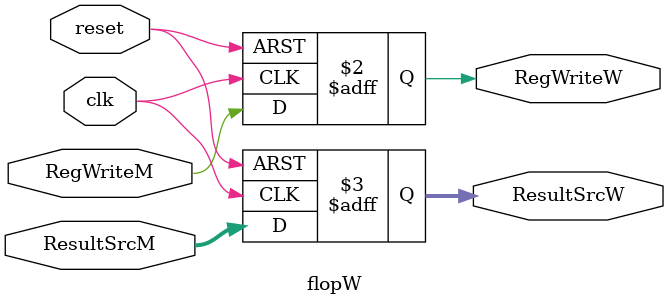
<source format=v>
module flopW (input  clk, reset,
              input  RegWriteM,
              input  [1:0] ResultSrcM,
              output reg RegWriteW,
              output reg [1:0] ResultSrcW);

  always @(posedge clk or posedge reset) begin 
    if (reset) begin 
      RegWriteW <= 1'b0; 
      ResultSrcW <= 2'b00; 
    end else begin 
      RegWriteW <= RegWriteM; 
      ResultSrcW <= ResultSrcM;
    end 
  end
endmodule
</source>
